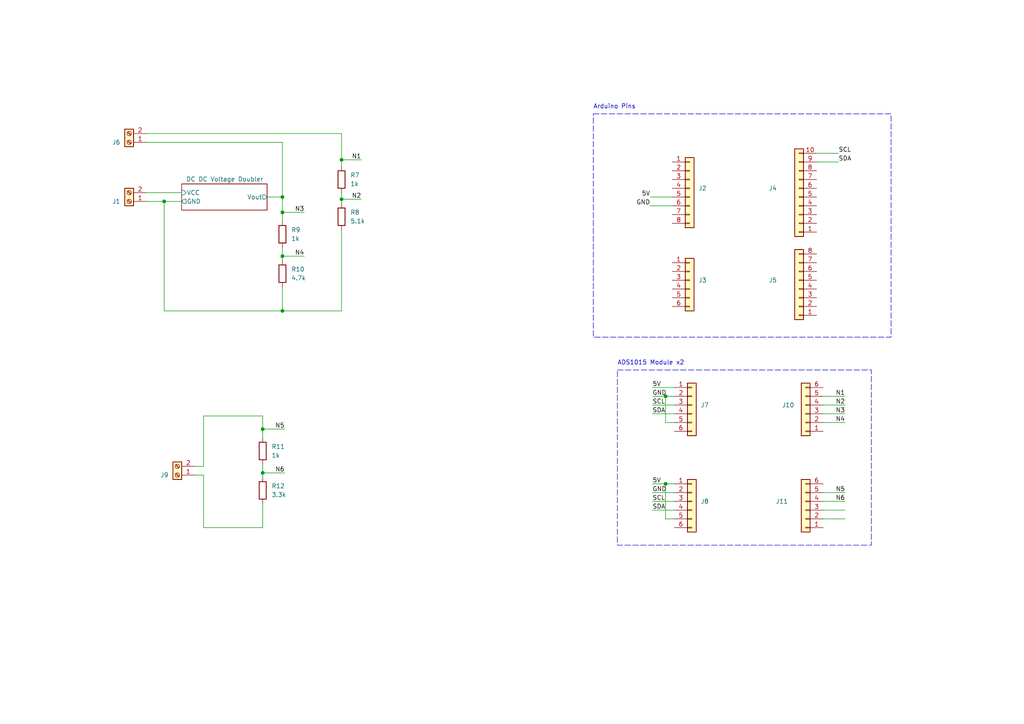
<source format=kicad_sch>
(kicad_sch (version 20230121) (generator eeschema)
  (paper "A4")
  (title_block (title "Voltage Measurement Shield MII") (date "2023-12-04") (rev "3") (company "LAMP Lab") (comment 1 "Josue Cavazos Jr."))
  (lib_symbols
    (symbol "Connector:Screw_Terminal_01x02" (pin_names (offset 1.016) hide)
      (property "Reference" "J" (at 0 2.54 0))
      (property "Value" "Screw_Terminal_01x02" (at 0 -5.08 0))
      (symbol "Screw_Terminal_01x02_1_1"
        (rectangle (start -1.27 1.27) (end 1.27 -3.81) (stroke (width 0.254)) (fill (type background)))
        (circle (center 0 -2.54) (radius 0.635) (stroke (width 0.1524)))
        (polyline (pts (xy -0.5334 -2.2098) (xy 0.3302 -3.048)) (stroke (width 0.1524)))
        (polyline (pts (xy -0.5334 0.3302) (xy 0.3302 -0.508)) (stroke (width 0.1524)))
        (polyline (pts (xy -0.3556 -2.032) (xy 0.508 -2.8702)) (stroke (width 0.1524)))
        (polyline (pts (xy -0.3556 0.508) (xy 0.508 -0.3302)) (stroke (width 0.1524)))
        (circle (center 0 0) (radius 0.635) (stroke (width 0.1524)))
        (pin passive line (at -5.08 0 0) (length 3.81) (name "Pin_1") (number "1"))
        (pin passive line (at -5.08 -2.54 0) (length 3.81) (name "Pin_2") (number "2"))
      )
    )
    (symbol "Connector_Generic:Conn_01x06" (pin_names (offset 1.016) hide)
      (property "Reference" "J" (at 0 7.62 0))
      (property "Value" "Conn_01x06" (at 0 -10.16 0))
      (symbol "Conn_01x06_1_1"
        (rectangle (start -1.27 -7.493) (end 0 -7.747) (stroke (width 0.1524)))
        (rectangle (start -1.27 -4.953) (end 0 -5.207) (stroke (width 0.1524)))
        (rectangle (start -1.27 -2.413) (end 0 -2.667) (stroke (width 0.1524)))
        (rectangle (start -1.27 0.127) (end 0 -0.127) (stroke (width 0.1524)))
        (rectangle (start -1.27 2.667) (end 0 2.413) (stroke (width 0.1524)))
        (rectangle (start -1.27 5.207) (end 0 4.953) (stroke (width 0.1524)))
        (rectangle (start -1.27 6.35) (end 1.27 -8.89) (stroke (width 0.254)) (fill (type background)))
        (pin passive line (at -5.08 5.08 0) (length 3.81) (name "Pin_1") (number "1"))
        (pin passive line (at -5.08 2.54 0) (length 3.81) (name "Pin_2") (number "2"))
        (pin passive line (at -5.08 0 0) (length 3.81) (name "Pin_3") (number "3"))
        (pin passive line (at -5.08 -2.54 0) (length 3.81) (name "Pin_4") (number "4"))
        (pin passive line (at -5.08 -5.08 0) (length 3.81) (name "Pin_5") (number "5"))
        (pin passive line (at -5.08 -7.62 0) (length 3.81) (name "Pin_6") (number "6"))
      )
    )
    (symbol "Connector_Generic:Conn_01x08" (pin_names (offset 1.016) hide)
      (property "Reference" "J" (at 0 10.16 0))
      (property "Value" "Conn_01x08" (at 0 -12.7 0))
      (symbol "Conn_01x08_1_1"
        (rectangle (start -1.27 -10.033) (end 0 -10.287) (stroke (width 0.1524)))
        (rectangle (start -1.27 -7.493) (end 0 -7.747) (stroke (width 0.1524)))
        (rectangle (start -1.27 -4.953) (end 0 -5.207) (stroke (width 0.1524)))
        (rectangle (start -1.27 -2.413) (end 0 -2.667) (stroke (width 0.1524)))
        (rectangle (start -1.27 0.127) (end 0 -0.127) (stroke (width 0.1524)))
        (rectangle (start -1.27 2.667) (end 0 2.413) (stroke (width 0.1524)))
        (rectangle (start -1.27 5.207) (end 0 4.953) (stroke (width 0.1524)))
        (rectangle (start -1.27 7.747) (end 0 7.493) (stroke (width 0.1524)))
        (rectangle (start -1.27 8.89) (end 1.27 -11.43) (stroke (width 0.254)) (fill (type background)))
        (pin passive line (at -5.08 7.62 0) (length 3.81) (name "Pin_1") (number "1"))
        (pin passive line (at -5.08 5.08 0) (length 3.81) (name "Pin_2") (number "2"))
        (pin passive line (at -5.08 2.54 0) (length 3.81) (name "Pin_3") (number "3"))
        (pin passive line (at -5.08 0 0) (length 3.81) (name "Pin_4") (number "4"))
        (pin passive line (at -5.08 -2.54 0) (length 3.81) (name "Pin_5") (number "5"))
        (pin passive line (at -5.08 -5.08 0) (length 3.81) (name "Pin_6") (number "6"))
        (pin passive line (at -5.08 -7.62 0) (length 3.81) (name "Pin_7") (number "7"))
        (pin passive line (at -5.08 -10.16 0) (length 3.81) (name "Pin_8") (number "8"))
      )
    )
    (symbol "Connector_Generic:Conn_01x10" (pin_names (offset 1.016) hide)
      (property "Reference" "J" (at 0 12.7 0))
      (property "Value" "Conn_01x10" (at 0 -15.24 0))
      (symbol "Conn_01x10_1_1"
        (rectangle (start -1.27 -12.573) (end 0 -12.827) (stroke (width 0.1524)))
        (rectangle (start -1.27 -10.033) (end 0 -10.287) (stroke (width 0.1524)))
        (rectangle (start -1.27 -7.493) (end 0 -7.747) (stroke (width 0.1524)))
        (rectangle (start -1.27 -4.953) (end 0 -5.207) (stroke (width 0.1524)))
        (rectangle (start -1.27 -2.413) (end 0 -2.667) (stroke (width 0.1524)))
        (rectangle (start -1.27 0.127) (end 0 -0.127) (stroke (width 0.1524)))
        (rectangle (start -1.27 2.667) (end 0 2.413) (stroke (width 0.1524)))
        (rectangle (start -1.27 5.207) (end 0 4.953) (stroke (width 0.1524)))
        (rectangle (start -1.27 7.747) (end 0 7.493) (stroke (width 0.1524)))
        (rectangle (start -1.27 10.287) (end 0 10.033) (stroke (width 0.1524)))
        (rectangle (start -1.27 11.43) (end 1.27 -13.97) (stroke (width 0.254)) (fill (type background)))
        (pin passive line (at -5.08 10.16 0) (length 3.81) (name "Pin_1") (number "1"))
        (pin passive line (at -5.08 -12.7 0) (length 3.81) (name "Pin_10") (number "10"))
        (pin passive line (at -5.08 7.62 0) (length 3.81) (name "Pin_2") (number "2"))
        (pin passive line (at -5.08 5.08 0) (length 3.81) (name "Pin_3") (number "3"))
        (pin passive line (at -5.08 2.54 0) (length 3.81) (name "Pin_4") (number "4"))
        (pin passive line (at -5.08 0 0) (length 3.81) (name "Pin_5") (number "5"))
        (pin passive line (at -5.08 -2.54 0) (length 3.81) (name "Pin_6") (number "6"))
        (pin passive line (at -5.08 -5.08 0) (length 3.81) (name "Pin_7") (number "7"))
        (pin passive line (at -5.08 -7.62 0) (length 3.81) (name "Pin_8") (number "8"))
        (pin passive line (at -5.08 -10.16 0) (length 3.81) (name "Pin_9") (number "9"))
      )
    )
    (symbol "Device:R" (pin_numbers hide) (pin_names (offset 0))
      (property "Reference" "R" (at 2.032 0 90))
      (property "Value" "R" (at 0 0 90))
      (symbol "R_0_1"
        (rectangle (start -1.016 -2.54) (end 1.016 2.54) (stroke (width 0.254)))
      )
      (symbol "R_1_1"
        (pin passive line (at 0 3.81 270) (length 1.27) (name "~") (number "1"))
        (pin passive line (at 0 -3.81 90) (length 1.27) (name "~") (number "2"))
      )
    )
  )
  (junction (at 193.04 140.335))
  (junction (at 81.915 57.15))
  (junction (at 47.625 58.42))
  (junction (at 81.915 61.595))
  (junction (at 76.2 124.46))
  (junction (at 99.06 57.785))
  (junction (at 81.915 74.295))
  (junction (at 193.04 114.935))
  (junction (at 76.2 137.16))
  (junction (at 81.915 90.17))
  (junction (at 99.06 46.355))
  (wire (pts (xy 81.915 71.755) (xy 81.915 74.295)))
  (wire (pts (xy 188.595 59.69) (xy 194.945 59.69)))
  (wire (pts (xy 99.06 46.355) (xy 104.775 46.355)))
  (wire (pts (xy 99.06 90.17) (xy 81.915 90.17)))
  (wire (pts (xy 189.23 147.955) (xy 195.58 147.955)))
  (wire (pts (xy 76.2 146.05) (xy 76.2 153.035)))
  (wire (pts (xy 59.055 153.035) (xy 59.055 137.795)))
  (wire (pts (xy 81.915 83.185) (xy 81.915 90.17)))
  (wire (pts (xy 238.76 150.495) (xy 245.11 150.495)))
  (wire (pts (xy 238.76 147.955) (xy 245.11 147.955)))
  (wire (pts (xy 238.76 122.555) (xy 245.11 122.555)))
  (wire (pts (xy 42.545 38.735) (xy 99.06 38.735)))
  (wire (pts (xy 238.76 120.015) (xy 245.11 120.015)))
  (wire (pts (xy 99.06 57.785) (xy 99.06 59.055)))
  (wire (pts (xy 81.915 61.595) (xy 81.915 64.135)))
  (wire (pts (xy 47.625 90.17) (xy 47.625 58.42)))
  (wire (pts (xy 76.2 153.035) (xy 59.055 153.035)))
  (wire (pts (xy 76.2 137.16) (xy 76.2 138.43)))
  (wire (pts (xy 59.055 135.255) (xy 59.055 120.65)))
  (wire (pts (xy 76.2 134.62) (xy 76.2 137.16)))
  (wire (pts (xy 236.855 46.99) (xy 243.205 46.99)))
  (wire (pts (xy 81.915 57.15) (xy 77.47 57.15)))
  (wire (pts (xy 99.06 46.355) (xy 99.06 48.26)))
  (wire (pts (xy 59.055 137.795) (xy 56.515 137.795)))
  (wire (pts (xy 195.58 122.555) (xy 193.04 122.555)))
  (wire (pts (xy 99.06 57.785) (xy 104.775 57.785)))
  (wire (pts (xy 238.76 114.935) (xy 245.11 114.935)))
  (wire (pts (xy 238.76 145.415) (xy 245.11 145.415)))
  (wire (pts (xy 99.06 55.88) (xy 99.06 57.785)))
  (wire (pts (xy 189.23 145.415) (xy 195.58 145.415)))
  (wire (pts (xy 47.625 58.42) (xy 42.545 58.42)))
  (wire (pts (xy 195.58 150.495) (xy 193.04 150.495)))
  (wire (pts (xy 238.76 142.875) (xy 245.11 142.875)))
  (wire (pts (xy 81.915 61.595) (xy 88.265 61.595)))
  (wire (pts (xy 193.04 114.935) (xy 195.58 114.935)))
  (wire (pts (xy 42.545 55.88) (xy 52.705 55.88)))
  (wire (pts (xy 193.04 122.555) (xy 193.04 114.935)))
  (wire (pts (xy 81.915 41.275) (xy 81.915 57.15)))
  (wire (pts (xy 59.055 120.65) (xy 76.2 120.65)))
  (wire (pts (xy 76.2 124.46) (xy 76.2 127)))
  (wire (pts (xy 99.06 66.675) (xy 99.06 90.17)))
  (wire (pts (xy 76.2 120.65) (xy 76.2 124.46)))
  (wire (pts (xy 236.855 44.45) (xy 243.205 44.45)))
  (wire (pts (xy 189.23 117.475) (xy 195.58 117.475)))
  (wire (pts (xy 56.515 135.255) (xy 59.055 135.255)))
  (wire (pts (xy 189.23 140.335) (xy 193.04 140.335)))
  (wire (pts (xy 81.915 74.295) (xy 81.915 75.565)))
  (wire (pts (xy 81.915 90.17) (xy 47.625 90.17)))
  (wire (pts (xy 193.04 140.335) (xy 195.58 140.335)))
  (wire (pts (xy 189.23 120.015) (xy 195.58 120.015)))
  (wire (pts (xy 189.23 114.935) (xy 193.04 114.935)))
  (wire (pts (xy 52.705 58.42) (xy 47.625 58.42)))
  (wire (pts (xy 76.2 137.16) (xy 82.55 137.16)))
  (wire (pts (xy 81.915 57.15) (xy 81.915 61.595)))
  (wire (pts (xy 42.545 41.275) (xy 81.915 41.275)))
  (wire (pts (xy 189.23 142.875) (xy 195.58 142.875)))
  (wire (pts (xy 188.595 57.15) (xy 194.945 57.15)))
  (wire (pts (xy 99.06 38.735) (xy 99.06 46.355)))
  (wire (pts (xy 238.76 117.475) (xy 245.11 117.475)))
  (wire (pts (xy 189.23 112.395) (xy 195.58 112.395)))
  (wire (pts (xy 193.04 150.495) (xy 193.04 140.335)))
  (wire (pts (xy 76.2 124.46) (xy 82.55 124.46)))
  (wire (pts (xy 81.915 74.295) (xy 88.265 74.295)))
  (rectangle (start 172.085 33.02) (end 258.445 97.79) (stroke (width 0) (type dash)))
  (rectangle (start 179.07 107.315) (end 252.73 158.115) (stroke (width 0) (type dash)))
  (text "ADS1015 Module x2" (at 179.07 106.045 0) (effects (font (size 1.27 1.27)) (justify left bottom)))
  (text "Arduino Pins" (at 172.085 31.75 0) (effects (font (size 1.27 1.27)) (justify left bottom)))
  (label "SCL" (at 189.23 117.475 0))
  (label "GND" (at 188.595 59.69 180))
  (label "GND" (at 189.23 114.935 0))
  (label "SDA" (at 243.205 46.99 0))
  (label "N5" (at 245.11 142.875 180))
  (label "N3" (at 245.11 120.015 180))
  (label "N5" (at 82.55 124.46 180))
  (label "5V" (at 188.595 57.15 180))
  (label "SDA" (at 189.23 120.015 0))
  (label "N4" (at 88.265 74.295 180))
  (label "N6" (at 82.55 137.16 180))
  (label "N6" (at 245.11 145.415 180))
  (label "SDA" (at 189.23 147.955 0))
  (label "N1" (at 104.775 46.355 180))
  (label "5V" (at 189.23 112.395 0))
  (label "5V" (at 189.23 140.335 0))
  (label "SCL" (at 243.205 44.45 0))
  (label "SCL" (at 189.23 145.415 0))
  (label "GND" (at 189.23 142.875 0))
  (label "N2" (at 104.775 57.785 180))
  (label "N2" (at 245.11 117.475 180))
  (label "N4" (at 245.11 122.555 180))
  (label "N3" (at 88.265 61.595 180))
  (label "N1" (at 245.11 114.935 180))
  (symbol (lib_id "Device:R") (at 99.06 52.07 180) (unit 1)
    (property "Reference" "R7" (at 101.6 50.8 0) (effects (justify right)))
    (property "Value" "1k" (at 101.6 53.34 0) (effects (justify right)))
    (property "Footprint" "Resistor_THT:R_Axial_DIN0207_L6.3mm_D2.5mm_P10.16mm_Horizontal" (effects hide))
  )
  (symbol (lib_id "Connector_Generic:Conn_01x06") (at 233.68 120.015 180) (unit 1)
    (property "Reference" "J10" (at 228.6 117.475 0))
    (property "Value" "Conn_01x06" (effects hide))
    (property "Footprint" "Connector_PinSocket_2.54mm:PinSocket_1x06_P2.54mm_Vertical" (effects hide))
  )
  (symbol (lib_id "Connector_Generic:Conn_01x08") (at 231.775 83.82 180) (unit 1)
    (property "Reference" "J5" (at 224.155 81.28 0))
    (property "Value" "Conn_01x08" (effects hide))
    (property "Footprint" "Connector_PinHeader_2.54mm:PinHeader_1x08_P2.54mm_Vertical" (effects hide))
  )
  (symbol (lib_id "Connector:Screw_Terminal_01x02") (at 37.465 41.275 180) (unit 1)
    (property "Reference" "J6" (at 34.925 41.275 0) (effects (justify left)))
    (property "Value" "Screw_Terminal_01x02" (effects hide))
    (property "Footprint" "1x2 STB:PHOENIX_1935161" (effects hide))
  )
  (symbol (lib_id "Connector_Generic:Conn_01x06") (at 200.66 145.415 0) (unit 1)
    (property "Reference" "J8" (at 203.2 145.415 0) (effects (justify left)))
    (property "Value" "Conn_01x06" (effects hide))
    (property "Footprint" "Connector_PinSocket_2.54mm:PinSocket_1x06_P2.54mm_Vertical" (effects hide))
  )
  (symbol (lib_id "Connector_Generic:Conn_01x10") (at 231.775 57.15 180) (unit 1)
    (property "Reference" "J4" (at 224.155 54.61 0))
    (property "Value" "Conn_01x10" (effects hide))
    (property "Footprint" "Connector_PinHeader_2.54mm:PinHeader_1x10_P2.54mm_Vertical" (effects hide))
  )
  (symbol (lib_id "Connector_Generic:Conn_01x06") (at 233.68 147.955 180) (unit 1)
    (property "Reference" "J11" (at 228.6 145.415 0) (effects (justify left)))
    (property "Value" "Conn_01x06" (effects hide))
    (property "Footprint" "Connector_PinSocket_2.54mm:PinSocket_1x06_P2.54mm_Vertical" (effects hide))
  )
  (symbol (lib_id "Connector_Generic:Conn_01x06") (at 200.66 117.475 0) (unit 1)
    (property "Reference" "J7" (at 203.2 117.475 0) (effects (justify left)))
    (property "Value" "Conn_01x06" (effects hide))
    (property "Footprint" "Connector_PinSocket_2.54mm:PinSocket_1x06_P2.54mm_Vertical" (effects hide))
  )
  (symbol (lib_id "Connector:Screw_Terminal_01x02") (at 37.465 58.42 180) (unit 1)
    (property "Reference" "J1" (at 34.925 58.42 0) (effects (justify left)))
    (property "Value" "Screw_Terminal_01x02" (effects hide))
    (property "Footprint" "1x2 STB:PHOENIX_1935161" (effects hide))
  )
  (symbol (lib_id "Device:R") (at 99.06 62.865 180) (unit 1)
    (property "Reference" "R8" (at 101.6 61.595 0) (effects (justify right)))
    (property "Value" "5.1k" (at 101.6 64.135 0) (effects (justify right)))
    (property "Footprint" "Resistor_THT:R_Axial_DIN0207_L6.3mm_D2.5mm_P10.16mm_Horizontal" (effects hide))
  )
  (symbol (lib_id "Connector_Generic:Conn_01x06") (at 200.025 81.28 0) (unit 1)
    (property "Reference" "J3" (at 202.565 81.28 0) (effects (justify left)))
    (property "Value" "Conn_01x06" (effects hide))
    (property "Footprint" "Connector_PinHeader_2.54mm:PinHeader_1x06_P2.54mm_Vertical" (effects hide))
  )
  (symbol (lib_id "Connector_Generic:Conn_01x08") (at 200.025 54.61 0) (unit 1)
    (property "Reference" "J2" (at 202.565 54.61 0) (effects (justify left)))
    (property "Value" "Conn_01x08" (effects hide))
    (property "Footprint" "Connector_PinHeader_2.54mm:PinHeader_1x08_P2.54mm_Vertical" (effects hide))
  )
  (symbol (lib_id "Device:R") (at 81.915 67.945 180) (unit 1)
    (property "Reference" "R9" (at 84.455 66.675 0) (effects (justify right)))
    (property "Value" "1k" (at 84.455 69.215 0) (effects (justify right)))
    (property "Footprint" "Resistor_THT:R_Axial_DIN0207_L6.3mm_D2.5mm_P10.16mm_Horizontal" (effects hide))
  )
  (symbol (lib_id "Device:R") (at 76.2 130.81 180) (unit 1)
    (property "Reference" "R11" (at 78.74 129.54 0) (effects (justify right)))
    (property "Value" "1k" (at 78.74 132.08 0) (effects (justify right)))
    (property "Footprint" "Resistor_THT:R_Axial_DIN0207_L6.3mm_D2.5mm_P10.16mm_Horizontal" (effects hide))
  )
  (symbol (lib_id "Device:R") (at 76.2 142.24 180) (unit 1)
    (property "Reference" "R12" (at 78.74 140.97 0) (effects (justify right)))
    (property "Value" "3.3k" (at 78.74 143.51 0) (effects (justify right)))
    (property "Footprint" "Resistor_THT:R_Axial_DIN0207_L6.3mm_D2.5mm_P10.16mm_Horizontal" (effects hide))
  )
  (symbol (lib_id "Device:R") (at 81.915 79.375 180) (unit 1)
    (property "Reference" "R10" (at 84.455 78.105 0) (effects (justify right)))
    (property "Value" "4.7k" (at 84.455 80.645 0) (effects (justify right)))
    (property "Footprint" "Resistor_THT:R_Axial_DIN0207_L6.3mm_D2.5mm_P10.16mm_Horizontal" (effects hide))
  )
  (symbol (lib_id "Connector:Screw_Terminal_01x02") (at 51.435 137.795 180) (unit 1)
    (property "Reference" "J9" (at 48.895 137.795 0) (effects (justify left)))
    (property "Value" "Screw_Terminal_01x02" (effects hide))
    (property "Footprint" "1x2 STB:PHOENIX_1935161" (effects hide))
  )
  (sheet (at 52.705 53.34) (size 24.765 7.62) (stroke (width 0.1524))
    (property "Sheetname" "DC DC Voltage Doubler" (at 53.975 52.705 0) (effects (justify left bottom)))
    (property "Sheetfile" "DCDCVoltageDoubler.kicad_sch" (effects hide))
    (pin "GND" output (at 52.705 58.42 180))
    (pin "VCC" input (at 52.705 55.88 180))
    (pin "Vout" output (at 77.47 57.15 0))
  )
)
</source>
